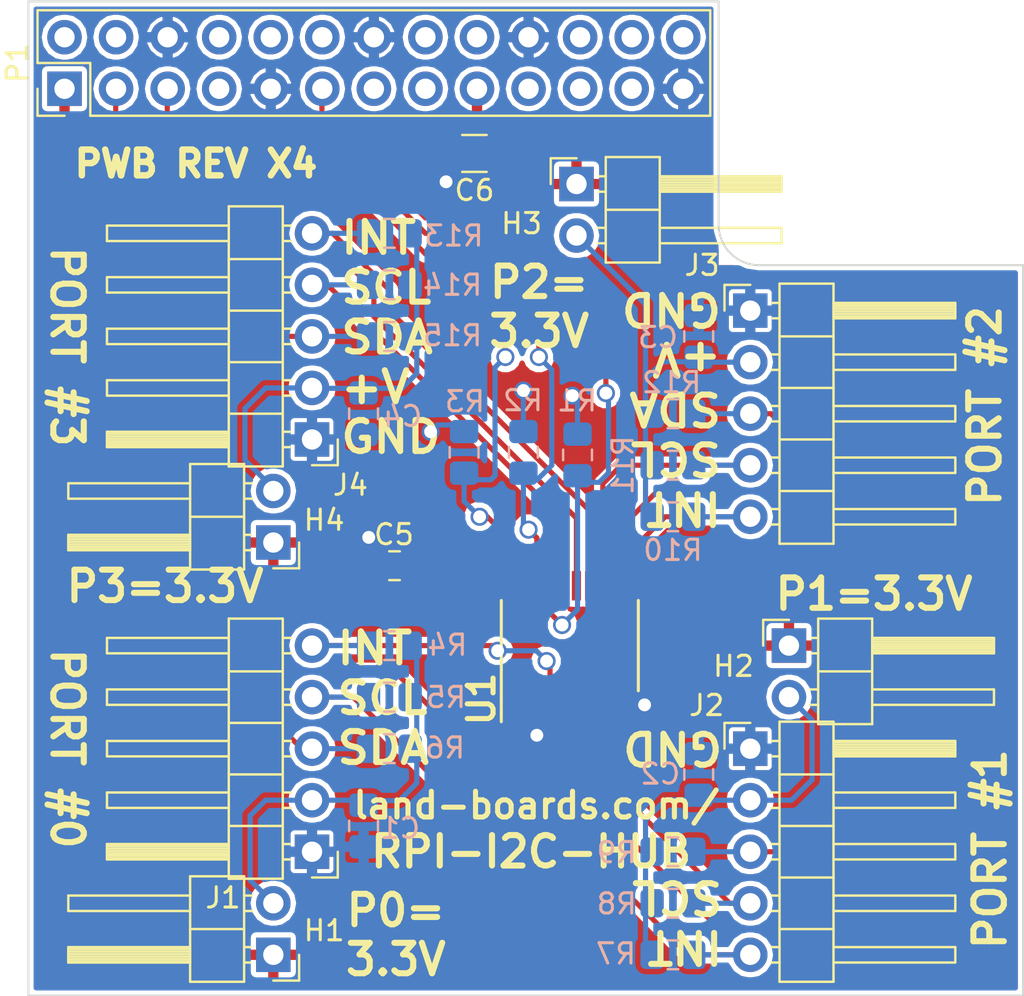
<source format=kicad_pcb>
(kicad_pcb (version 20171130) (host pcbnew "(5.0.2)-1")
  (layers (0 F.Cu signal) (31 B.Cu signal) (36 B.SilkS user) (37 F.SilkS user) (38 B.Mask user) (39 F.Mask user) (44 Edge.Cuts user))
  (net 0 "")
  (net 1 /SDA1)
  (net 2 GND)
  (net 3 /~I0)
  (net 4 /~I1)
  (net 5 /~I2)
  (net 6 /~I3)
  (net 7 /IO_17)
  (net 8 "Net-(C1-Pad1)")
  (net 9 +3.3V)
  (net 10 "Net-(C3-Pad1)")
  (net 11 "Net-(C4-Pad1)")
  (net 12 "Net-(C2-Pad1)")
  (net 13 "Net-(P1-Pad2)")
  (net 14 "Net-(P1-Pad4)")
  (net 15 "Net-(P1-Pad7)")
  (net 16 "Net-(P1-Pad8)")
  (net 17 "Net-(P1-Pad10)")
  (net 18 "Net-(P1-Pad12)")
  (net 19 "Net-(P1-Pad13)")
  (net 20 "Net-(P1-Pad15)")
  (net 21 "Net-(P1-Pad16)")
  (net 22 "Net-(P1-Pad18)")
  (net 23 "Net-(P1-Pad19)")
  (net 24 "Net-(P1-Pad21)")
  (net 25 "Net-(P1-Pad22)")
  (net 26 "Net-(P1-Pad23)")
  (net 27 "Net-(P1-Pad24)")
  (net 28 "Net-(P1-Pad26)")
  (net 29 /SCL0)
  (net 30 /SDA0)
  (net 31 /SCL1)
  (net 32 /SCL2)
  (net 33 /SDA2)
  (net 34 /SDA3)
  (net 35 /SCL3)
  (net 36 /SDA)
  (net 37 /SCL)
  (module Housings_SSOP:TSSOP-20_4.4x6.5mm_Pitch0.65mm (layer F.Cu) (at 26.67 31.75 90)
    (fp_text reference U1 (at -2.6289 -4.3561 90) (layer F.SilkS) (effects (font (size 1.27 1.27) (thickness 0.254))))
    (fp_text value PCA9544A hide)
    (pad 1 smd rect (at -2.95 -2.925 90) (size 1.45 0.45) (layers F.Cu F.Mask) (net 9 +3.3V))
    (pad 2 smd rect (at -2.95 -2.275 90) (size 1.45 0.45) (layers F.Cu F.Mask) (net 2 GND))
    (pad 3 smd rect (at -2.95 -1.625 90) (size 1.45 0.45) (layers F.Cu F.Mask) (net 2 GND))
    (pad 4 smd rect (at -2.95 -0.975 90) (size 1.45 0.45) (layers F.Cu F.Mask) (net 3 /~I0))
    (pad 5 smd rect (at -2.95 -0.325 90) (size 1.45 0.45) (layers F.Cu F.Mask) (net 30 /SDA0))
    (pad 6 smd rect (at -2.95 0.325 90) (size 1.45 0.45) (layers F.Cu F.Mask) (net 29 /SCL0))
    (pad 7 smd rect (at -2.95 0.975 90) (size 1.45 0.45) (layers F.Cu F.Mask) (net 4 /~I1))
    (pad 8 smd rect (at -2.95 1.625 90) (size 1.45 0.45) (layers F.Cu F.Mask) (net 1 /SDA1))
    (pad 9 smd rect (at -2.95 2.275 90) (size 1.45 0.45) (layers F.Cu F.Mask) (net 31 /SCL1))
    (pad 10 smd rect (at -2.95 2.925 90) (size 1.45 0.45) (layers F.Cu F.Mask) (net 2 GND))
    (pad 11 smd rect (at 2.95 2.925 90) (size 1.45 0.45) (layers F.Cu F.Mask) (net 5 /~I2))
    (pad 12 smd rect (at 2.95 2.275 90) (size 1.45 0.45) (layers F.Cu F.Mask) (net 33 /SDA2))
    (pad 13 smd rect (at 2.95 1.625 90) (size 1.45 0.45) (layers F.Cu F.Mask) (net 32 /SCL2))
    (pad 14 smd rect (at 2.95 0.975 90) (size 1.45 0.45) (layers F.Cu F.Mask) (net 6 /~I3))
    (pad 15 smd rect (at 2.95 0.325 90) (size 1.45 0.45) (layers F.Cu F.Mask) (net 34 /SDA3))
    (pad 16 smd rect (at 2.95 -0.325 90) (size 1.45 0.45) (layers F.Cu F.Mask) (net 35 /SCL3))
    (pad 17 smd rect (at 2.95 -0.975 90) (size 1.45 0.45) (layers F.Cu F.Mask) (net 7 /IO_17))
    (pad 18 smd rect (at 2.95 -1.625 90) (size 1.45 0.45) (layers F.Cu F.Mask) (net 37 /SCL))
    (pad 19 smd rect (at 2.95 -2.275 90) (size 1.45 0.45) (layers F.Cu F.Mask) (net 36 /SDA))
    (pad 20 smd rect (at 2.95 -2.925 90) (size 1.45 0.45) (layers F.Cu F.Mask) (net 9 +3.3V))
  )
  (module Capacitor_SMD:C_0805_2012Metric_Pad1.15x1.40mm_HandSolder (layer B.Cu) (at 16.51 40.64 270)
    (fp_text reference C1 (at 0.1143 -1.8034) (layer B.SilkS) (effects (justify mirror)))
    (fp_text value 0.1uF)
    (pad 2 smd roundrect (at 1.025 0 270) (size 1.15 1.4) (layers B.Cu B.Paste B.Mask) (roundrect_rratio 0.217391) (net 2 GND))
    (pad 1 smd roundrect (at -1.025 0 270) (size 1.15 1.4) (layers B.Cu B.Paste B.Mask) (roundrect_rratio 0.217391) (net 8 "Net-(C1-Pad1)"))
  )
  (module Capacitor_SMD:C_0805_2012Metric_Pad1.15x1.40mm_HandSolder (layer B.Cu) (at 33.02 38.1 90)
    (fp_text reference C2 (at 0.0254 -1.8923 180) (layer B.SilkS) (effects (justify mirror)))
    (fp_text value 0.1uF)
    (pad 1 smd roundrect (at -1.025 0 90) (size 1.15 1.4) (layers B.Cu B.Paste B.Mask) (roundrect_rratio 0.217391) (net 12 "Net-(C2-Pad1)"))
    (pad 2 smd roundrect (at 1.025 0 90) (size 1.15 1.4) (layers B.Cu B.Paste B.Mask) (roundrect_rratio 0.217391) (net 2 GND))
  )
  (module Capacitor_SMD:C_0805_2012Metric_Pad1.15x1.40mm_HandSolder (layer B.Cu) (at 33.02 16.51 90)
    (fp_text reference C3 (at -0.0508 -2.0066 180) (layer B.SilkS) (effects (justify mirror)))
    (fp_text value 0.1uF)
    (pad 2 smd roundrect (at 1.025 0 90) (size 1.15 1.4) (layers B.Cu B.Paste B.Mask) (roundrect_rratio 0.217391) (net 2 GND))
    (pad 1 smd roundrect (at -1.025 0 90) (size 1.15 1.4) (layers B.Cu B.Paste B.Mask) (roundrect_rratio 0.217391) (net 10 "Net-(C3-Pad1)"))
  )
  (module Capacitor_SMD:C_0805_2012Metric_Pad1.15x1.40mm_HandSolder (layer B.Cu) (at 16.51 20.32 270)
    (fp_text reference C4 (at 0.127 -1.905) (layer B.SilkS) (effects (justify mirror)))
    (fp_text value 0.1uF)
    (pad 1 smd roundrect (at -1.025 0 270) (size 1.15 1.4) (layers B.Cu B.Paste B.Mask) (roundrect_rratio 0.217391) (net 11 "Net-(C4-Pad1)"))
    (pad 2 smd roundrect (at 1.025 0 270) (size 1.15 1.4) (layers B.Cu B.Paste B.Mask) (roundrect_rratio 0.217391) (net 2 GND))
  )
  (module Capacitor_SMD:C_0805_2012Metric_Pad1.15x1.40mm_HandSolder (layer F.Cu) (at 18.034 27.813 180)
    (fp_text reference C5 (at 0.0254 1.5367 180) (layer F.SilkS))
    (fp_text value 0.1uF)
    (pad 1 smd roundrect (at -1.025 0 180) (size 1.15 1.4) (layers F.Cu F.Paste F.Mask) (roundrect_rratio 0.217391) (net 9 +3.3V))
    (pad 2 smd roundrect (at 1.025 0 180) (size 1.15 1.4) (layers F.Cu F.Paste F.Mask) (roundrect_rratio 0.217391) (net 2 GND))
  )
  (module Capacitor_SMD:C_1206_3216Metric_Pad1.42x1.75mm_HandSolder (layer F.Cu) (at 21.971 7.493 180)
    (fp_text reference C6 (at 0 -1.82 180) (layer F.SilkS))
    (fp_text value 10uF)
    (pad 1 smd roundrect (at -1.4875 0 180) (size 1.425 1.75) (layers F.Cu F.Paste F.Mask) (roundrect_rratio 0.175439) (net 9 +3.3V))
    (pad 2 smd roundrect (at 1.4875 0 180) (size 1.425 1.75) (layers F.Cu F.Paste F.Mask) (roundrect_rratio 0.175439) (net 2 GND))
  )
  (module Connector_PinHeader_2.54mm:PinHeader_1x02_P2.54mm_Horizontal (layer F.Cu) (at 12.065 46.99 180)
    (fp_text reference H1 (at -2.5019 1.1938 180) (layer F.SilkS))
    (fp_text value CONN_01X02)
    (pad 1 thru_hole rect (at 0 0 180) (size 1.7 1.7) (drill 1) (layers *.Cu *.Mask) (net 9 +3.3V))
    (pad 2 thru_hole oval (at 0 2.54 180) (size 1.7 1.7) (drill 1) (layers *.Cu *.Mask) (net 8 "Net-(C1-Pad1)"))
  )
  (module Connector_PinHeader_2.54mm:PinHeader_1x02_P2.54mm_Horizontal (layer F.Cu) (at 37.465 31.75)
    (fp_text reference H2 (at -2.7305 1.016) (layer F.SilkS))
    (fp_text value CONN_01X02)
    (pad 2 thru_hole oval (at 0 2.54) (size 1.7 1.7) (drill 1) (layers *.Cu *.Mask) (net 12 "Net-(C2-Pad1)"))
    (pad 1 thru_hole rect (at 0 0) (size 1.7 1.7) (drill 1) (layers *.Cu *.Mask) (net 9 +3.3V))
  )
  (module Connector_PinHeader_2.54mm:PinHeader_1x02_P2.54mm_Horizontal (layer F.Cu) (at 27 9)
    (fp_text reference H3 (at -2.7049 1.9474) (layer F.SilkS))
    (fp_text value CONN_01X02)
    (pad 1 thru_hole rect (at 0 0) (size 1.7 1.7) (drill 1) (layers *.Cu *.Mask) (net 9 +3.3V))
    (pad 2 thru_hole oval (at 0 2.54) (size 1.7 1.7) (drill 1) (layers *.Cu *.Mask) (net 10 "Net-(C3-Pad1)"))
  )
  (module Connector_PinHeader_2.54mm:PinHeader_1x02_P2.54mm_Horizontal (layer F.Cu) (at 12.065 26.67 180)
    (fp_text reference H4 (at -2.5019 1.1049 180) (layer F.SilkS))
    (fp_text value CONN_01X02)
    (pad 2 thru_hole oval (at 0 2.54 180) (size 1.7 1.7) (drill 1) (layers *.Cu *.Mask) (net 11 "Net-(C4-Pad1)"))
    (pad 1 thru_hole rect (at 0 0 180) (size 1.7 1.7) (drill 1) (layers *.Cu *.Mask) (net 9 +3.3V))
  )
  (module Connector_PinHeader_2.54mm:PinHeader_1x05_P2.54mm_Horizontal (layer F.Cu) (at 13.97 41.91 180)
    (fp_text reference J1 (at 4.385 -2.27 180) (layer F.SilkS))
    (fp_text value I2CINT-5PIN)
    (pad 5 thru_hole oval (at 0 10.16 180) (size 1.7 1.7) (drill 1) (layers *.Cu *.Mask) (net 3 /~I0))
    (pad 4 thru_hole oval (at 0 7.62 180) (size 1.7 1.7) (drill 1) (layers *.Cu *.Mask) (net 29 /SCL0))
    (pad 3 thru_hole oval (at 0 5.08 180) (size 1.7 1.7) (drill 1) (layers *.Cu *.Mask) (net 30 /SDA0))
    (pad 2 thru_hole oval (at 0 2.54 180) (size 1.7 1.7) (drill 1) (layers *.Cu *.Mask) (net 8 "Net-(C1-Pad1)"))
    (pad 1 thru_hole rect (at 0 0 180) (size 1.7 1.7) (drill 1) (layers *.Cu *.Mask) (net 2 GND))
  )
  (module Connector_PinHeader_2.54mm:PinHeader_1x05_P2.54mm_Horizontal (layer F.Cu) (at 35.56 36.83)
    (fp_text reference J2 (at -2.1463 -2.1336) (layer F.SilkS))
    (fp_text value I2CINT-5PIN)
    (pad 1 thru_hole rect (at 0 0) (size 1.7 1.7) (drill 1) (layers *.Cu *.Mask) (net 2 GND))
    (pad 2 thru_hole oval (at 0 2.54) (size 1.7 1.7) (drill 1) (layers *.Cu *.Mask) (net 12 "Net-(C2-Pad1)"))
    (pad 3 thru_hole oval (at 0 5.08) (size 1.7 1.7) (drill 1) (layers *.Cu *.Mask) (net 1 /SDA1))
    (pad 4 thru_hole oval (at 0 7.62) (size 1.7 1.7) (drill 1) (layers *.Cu *.Mask) (net 31 /SCL1))
    (pad 5 thru_hole oval (at 0 10.16) (size 1.7 1.7) (drill 1) (layers *.Cu *.Mask) (net 4 /~I1))
  )
  (module Connector_PinHeader_2.54mm:PinHeader_1x05_P2.54mm_Horizontal (layer F.Cu) (at 35.56 15.24)
    (fp_text reference J3 (at -2.3749 -2.2352) (layer F.SilkS))
    (fp_text value I2CINT-5PIN)
    (pad 5 thru_hole oval (at 0 10.16) (size 1.7 1.7) (drill 1) (layers *.Cu *.Mask) (net 5 /~I2))
    (pad 4 thru_hole oval (at 0 7.62) (size 1.7 1.7) (drill 1) (layers *.Cu *.Mask) (net 32 /SCL2))
    (pad 3 thru_hole oval (at 0 5.08) (size 1.7 1.7) (drill 1) (layers *.Cu *.Mask) (net 33 /SDA2))
    (pad 2 thru_hole oval (at 0 2.54) (size 1.7 1.7) (drill 1) (layers *.Cu *.Mask) (net 10 "Net-(C3-Pad1)"))
    (pad 1 thru_hole rect (at 0 0) (size 1.7 1.7) (drill 1) (layers *.Cu *.Mask) (net 2 GND))
  )
  (module Connector_PinHeader_2.54mm:PinHeader_1x05_P2.54mm_Horizontal (layer F.Cu) (at 13.97 21.59 180)
    (fp_text reference J4 (at -1.8923 -2.2479 180) (layer F.SilkS))
    (fp_text value I2CINT-5PIN)
    (pad 1 thru_hole rect (at 0 0 180) (size 1.7 1.7) (drill 1) (layers *.Cu *.Mask) (net 2 GND))
    (pad 2 thru_hole oval (at 0 2.54 180) (size 1.7 1.7) (drill 1) (layers *.Cu *.Mask) (net 11 "Net-(C4-Pad1)"))
    (pad 3 thru_hole oval (at 0 5.08 180) (size 1.7 1.7) (drill 1) (layers *.Cu *.Mask) (net 34 /SDA3))
    (pad 4 thru_hole oval (at 0 7.62 180) (size 1.7 1.7) (drill 1) (layers *.Cu *.Mask) (net 35 /SCL3))
    (pad 5 thru_hole oval (at 0 10.16 180) (size 1.7 1.7) (drill 1) (layers *.Cu *.Mask) (net 6 /~I3))
  )
  (module Connector_PinHeader_2.54mm:PinHeader_2x13_P2.54mm_Vertical (layer F.Cu) (at 1.778 4.3053 90)
    (fp_text reference P1 (at 1.27 -2.33 90) (layer F.SilkS))
    (fp_text value RASPIO)
    (pad 1 thru_hole rect (at 0 0 90) (size 1.7 1.7) (drill 1) (layers *.Cu *.Mask) (net 9 +3.3V))
    (pad 2 thru_hole oval (at 2.54 0 90) (size 1.7 1.7) (drill 1) (layers *.Cu *.Mask) (net 13 "Net-(P1-Pad2)"))
    (pad 3 thru_hole oval (at 0 2.54 90) (size 1.7 1.7) (drill 1) (layers *.Cu *.Mask) (net 36 /SDA))
    (pad 4 thru_hole oval (at 2.54 2.54 90) (size 1.7 1.7) (drill 1) (layers *.Cu *.Mask) (net 14 "Net-(P1-Pad4)"))
    (pad 5 thru_hole oval (at 0 5.08 90) (size 1.7 1.7) (drill 1) (layers *.Cu *.Mask) (net 37 /SCL))
    (pad 6 thru_hole oval (at 2.54 5.08 90) (size 1.7 1.7) (drill 1) (layers *.Cu *.Mask) (net 2 GND))
    (pad 7 thru_hole oval (at 0 7.62 90) (size 1.7 1.7) (drill 1) (layers *.Cu *.Mask) (net 15 "Net-(P1-Pad7)"))
    (pad 8 thru_hole oval (at 2.54 7.62 90) (size 1.7 1.7) (drill 1) (layers *.Cu *.Mask) (net 16 "Net-(P1-Pad8)"))
    (pad 9 thru_hole oval (at 0 10.16 90) (size 1.7 1.7) (drill 1) (layers *.Cu *.Mask) (net 2 GND))
    (pad 10 thru_hole oval (at 2.54 10.16 90) (size 1.7 1.7) (drill 1) (layers *.Cu *.Mask) (net 17 "Net-(P1-Pad10)"))
    (pad 11 thru_hole oval (at 0 12.7 90) (size 1.7 1.7) (drill 1) (layers *.Cu *.Mask) (net 7 /IO_17))
    (pad 12 thru_hole oval (at 2.54 12.7 90) (size 1.7 1.7) (drill 1) (layers *.Cu *.Mask) (net 18 "Net-(P1-Pad12)"))
    (pad 13 thru_hole oval (at 0 15.24 90) (size 1.7 1.7) (drill 1) (layers *.Cu *.Mask) (net 19 "Net-(P1-Pad13)"))
    (pad 14 thru_hole oval (at 2.54 15.24 90) (size 1.7 1.7) (drill 1) (layers *.Cu *.Mask) (net 2 GND))
    (pad 15 thru_hole oval (at 0 17.78 90) (size 1.7 1.7) (drill 1) (layers *.Cu *.Mask) (net 20 "Net-(P1-Pad15)"))
    (pad 16 thru_hole oval (at 2.54 17.78 90) (size 1.7 1.7) (drill 1) (layers *.Cu *.Mask) (net 21 "Net-(P1-Pad16)"))
    (pad 17 thru_hole oval (at 0 20.32 90) (size 1.7 1.7) (drill 1) (layers *.Cu *.Mask) (net 9 +3.3V))
    (pad 18 thru_hole oval (at 2.54 20.32 90) (size 1.7 1.7) (drill 1) (layers *.Cu *.Mask) (net 22 "Net-(P1-Pad18)"))
    (pad 19 thru_hole oval (at 0 22.86 90) (size 1.7 1.7) (drill 1) (layers *.Cu *.Mask) (net 23 "Net-(P1-Pad19)"))
    (pad 20 thru_hole oval (at 2.54 22.86 90) (size 1.7 1.7) (drill 1) (layers *.Cu *.Mask) (net 2 GND))
    (pad 21 thru_hole oval (at 0 25.4 90) (size 1.7 1.7) (drill 1) (layers *.Cu *.Mask) (net 24 "Net-(P1-Pad21)"))
    (pad 22 thru_hole oval (at 2.54 25.4 90) (size 1.7 1.7) (drill 1) (layers *.Cu *.Mask) (net 25 "Net-(P1-Pad22)"))
    (pad 23 thru_hole oval (at 0 27.94 90) (size 1.7 1.7) (drill 1) (layers *.Cu *.Mask) (net 26 "Net-(P1-Pad23)"))
    (pad 24 thru_hole oval (at 2.54 27.94 90) (size 1.7 1.7) (drill 1) (layers *.Cu *.Mask) (net 27 "Net-(P1-Pad24)"))
    (pad 25 thru_hole oval (at 0 30.48 90) (size 1.7 1.7) (drill 1) (layers *.Cu *.Mask) (net 2 GND))
    (pad 26 thru_hole oval (at 2.54 30.48 90) (size 1.7 1.7) (drill 1) (layers *.Cu *.Mask) (net 28 "Net-(P1-Pad26)"))
  )
  (module Resistor_SMD:R_0805_2012Metric_Pad1.15x1.40mm_HandSolder (layer B.Cu) (at 27.051 22.352 270)
    (fp_text reference R1 (at -2.667 0.0254) (layer B.SilkS) (effects (justify mirror)))
    (fp_text value 3.3K)
    (pad 1 smd roundrect (at -1.025 0 270) (size 1.15 1.4) (layers B.Cu B.Paste B.Mask) (roundrect_rratio 0.217391) (net 9 +3.3V))
    (pad 2 smd roundrect (at 1.025 0 270) (size 1.15 1.4) (layers B.Cu B.Paste B.Mask) (roundrect_rratio 0.217391) (net 7 /IO_17))
  )
  (module Resistor_SMD:R_0805_2012Metric_Pad1.15x1.40mm_HandSolder (layer B.Cu) (at 24.384 22.225 270)
    (fp_text reference R2 (at -2.5527 0.0254) (layer B.SilkS) (effects (justify mirror)))
    (fp_text value 3.3K)
    (pad 2 smd roundrect (at 1.025 0 270) (size 1.15 1.4) (layers B.Cu B.Paste B.Mask) (roundrect_rratio 0.217391) (net 37 /SCL))
    (pad 1 smd roundrect (at -1.025 0 270) (size 1.15 1.4) (layers B.Cu B.Paste B.Mask) (roundrect_rratio 0.217391) (net 9 +3.3V))
  )
  (module Resistor_SMD:R_0805_2012Metric_Pad1.15x1.40mm_HandSolder (layer B.Cu) (at 21.463 22.225 270)
    (fp_text reference R3 (at -2.5019 -0.0381) (layer B.SilkS) (effects (justify mirror)))
    (fp_text value 3.3K)
    (pad 1 smd roundrect (at -1.025 0 270) (size 1.15 1.4) (layers B.Cu B.Paste B.Mask) (roundrect_rratio 0.217391) (net 9 +3.3V))
    (pad 2 smd roundrect (at 1.025 0 270) (size 1.15 1.4) (layers B.Cu B.Paste B.Mask) (roundrect_rratio 0.217391) (net 36 /SDA))
  )
  (module Resistor_SMD:R_0805_2012Metric_Pad1.15x1.40mm_HandSolder (layer B.Cu) (at 17.78 31.75 180)
    (fp_text reference R4 (at -2.8575 0.0254 180) (layer B.SilkS) (effects (justify mirror)))
    (fp_text value 3.3K)
    (pad 1 smd roundrect (at -1.025 0 180) (size 1.15 1.4) (layers B.Cu B.Paste B.Mask) (roundrect_rratio 0.217391) (net 8 "Net-(C1-Pad1)"))
    (pad 2 smd roundrect (at 1.025 0 180) (size 1.15 1.4) (layers B.Cu B.Paste B.Mask) (roundrect_rratio 0.217391) (net 3 /~I0))
  )
  (module Resistor_SMD:R_0805_2012Metric_Pad1.15x1.40mm_HandSolder (layer B.Cu) (at 17.78 34.29 180)
    (fp_text reference R5 (at -2.794 -0.0127 180) (layer B.SilkS) (effects (justify mirror)))
    (fp_text value 3.3K)
    (pad 2 smd roundrect (at 1.025 0 180) (size 1.15 1.4) (layers B.Cu B.Paste B.Mask) (roundrect_rratio 0.217391) (net 29 /SCL0))
    (pad 1 smd roundrect (at -1.025 0 180) (size 1.15 1.4) (layers B.Cu B.Paste B.Mask) (roundrect_rratio 0.217391) (net 8 "Net-(C1-Pad1)"))
  )
  (module Resistor_SMD:R_0805_2012Metric_Pad1.15x1.40mm_HandSolder (layer B.Cu) (at 17.78 36.83 180)
    (fp_text reference R6 (at -2.7432 0.0381 180) (layer B.SilkS) (effects (justify mirror)))
    (fp_text value 3.3K)
    (pad 1 smd roundrect (at -1.025 0 180) (size 1.15 1.4) (layers B.Cu B.Paste B.Mask) (roundrect_rratio 0.217391) (net 8 "Net-(C1-Pad1)"))
    (pad 2 smd roundrect (at 1.025 0 180) (size 1.15 1.4) (layers B.Cu B.Paste B.Mask) (roundrect_rratio 0.217391) (net 30 /SDA0))
  )
  (module Resistor_SMD:R_0805_2012Metric_Pad1.15x1.40mm_HandSolder (layer B.Cu) (at 31.75 46.99)
    (fp_text reference R7 (at -2.8067 -0.0508) (layer B.SilkS) (effects (justify mirror)))
    (fp_text value 3.3K)
    (pad 2 smd roundrect (at 1.025 0) (size 1.15 1.4) (layers B.Cu B.Paste B.Mask) (roundrect_rratio 0.217391) (net 4 /~I1))
    (pad 1 smd roundrect (at -1.025 0) (size 1.15 1.4) (layers B.Cu B.Paste B.Mask) (roundrect_rratio 0.217391) (net 12 "Net-(C2-Pad1)"))
  )
  (module Resistor_SMD:R_0805_2012Metric_Pad1.15x1.40mm_HandSolder (layer B.Cu) (at 31.75 44.45)
    (fp_text reference R8 (at -2.7686 0.0254) (layer B.SilkS) (effects (justify mirror)))
    (fp_text value 3.3K)
    (pad 1 smd roundrect (at -1.025 0) (size 1.15 1.4) (layers B.Cu B.Paste B.Mask) (roundrect_rratio 0.217391) (net 12 "Net-(C2-Pad1)"))
    (pad 2 smd roundrect (at 1.025 0) (size 1.15 1.4) (layers B.Cu B.Paste B.Mask) (roundrect_rratio 0.217391) (net 31 /SCL1))
  )
  (module Resistor_SMD:R_0805_2012Metric_Pad1.15x1.40mm_HandSolder (layer B.Cu) (at 31.75 41.91)
    (fp_text reference R9 (at -2.7686 0.0381) (layer B.SilkS) (effects (justify mirror)))
    (fp_text value 3.3K)
    (pad 2 smd roundrect (at 1.025 0) (size 1.15 1.4) (layers B.Cu B.Paste B.Mask) (roundrect_rratio 0.217391) (net 1 /SDA1))
    (pad 1 smd roundrect (at -1.025 0) (size 1.15 1.4) (layers B.Cu B.Paste B.Mask) (roundrect_rratio 0.217391) (net 12 "Net-(C2-Pad1)"))
  )
  (module Resistor_SMD:R_0805_2012Metric_Pad1.15x1.40mm_HandSolder (layer B.Cu) (at 31.75 25.4)
    (fp_text reference R10 (at 0 1.65) (layer B.SilkS) (effects (justify mirror)))
    (fp_text value 3.3K)
    (pad 1 smd roundrect (at -1.025 0) (size 1.15 1.4) (layers B.Cu B.Paste B.Mask) (roundrect_rratio 0.217391) (net 10 "Net-(C3-Pad1)"))
    (pad 2 smd roundrect (at 1.025 0) (size 1.15 1.4) (layers B.Cu B.Paste B.Mask) (roundrect_rratio 0.217391) (net 5 /~I2))
  )
  (module Resistor_SMD:R_0805_2012Metric_Pad1.15x1.40mm_HandSolder (layer B.Cu) (at 31.75 22.86)
    (fp_text reference R11 (at -2.4638 0 90) (layer B.SilkS) (effects (justify mirror)))
    (fp_text value 3.3K)
    (pad 1 smd roundrect (at -1.025 0) (size 1.15 1.4) (layers B.Cu B.Paste B.Mask) (roundrect_rratio 0.217391) (net 10 "Net-(C3-Pad1)"))
    (pad 2 smd roundrect (at 1.025 0) (size 1.15 1.4) (layers B.Cu B.Paste B.Mask) (roundrect_rratio 0.217391) (net 32 /SCL2))
  )
  (module Resistor_SMD:R_0805_2012Metric_Pad1.15x1.40mm_HandSolder (layer B.Cu) (at 31.75 20.32)
    (fp_text reference R12 (at -0.0635 -1.5367) (layer B.SilkS) (effects (justify mirror)))
    (fp_text value 3.3K)
    (pad 2 smd roundrect (at 1.025 0) (size 1.15 1.4) (layers B.Cu B.Paste B.Mask) (roundrect_rratio 0.217391) (net 33 /SDA2))
    (pad 1 smd roundrect (at -1.025 0) (size 1.15 1.4) (layers B.Cu B.Paste B.Mask) (roundrect_rratio 0.217391) (net 10 "Net-(C3-Pad1)"))
  )
  (module Resistor_SMD:R_0805_2012Metric_Pad1.15x1.40mm_HandSolder (layer B.Cu) (at 17.78 11.43 180)
    (fp_text reference R13 (at -3.175 -0.127 180) (layer B.SilkS) (effects (justify mirror)))
    (fp_text value 3.3K)
    (pad 1 smd roundrect (at -1.025 0 180) (size 1.15 1.4) (layers B.Cu B.Paste B.Mask) (roundrect_rratio 0.217391) (net 11 "Net-(C4-Pad1)"))
    (pad 2 smd roundrect (at 1.025 0 180) (size 1.15 1.4) (layers B.Cu B.Paste B.Mask) (roundrect_rratio 0.217391) (net 6 /~I3))
  )
  (module Resistor_SMD:R_0805_2012Metric_Pad1.15x1.40mm_HandSolder (layer B.Cu) (at 17.78 13.97 180)
    (fp_text reference R14 (at -3.1115 -0.0127 180) (layer B.SilkS) (effects (justify mirror)))
    (fp_text value 3.3K)
    (pad 2 smd roundrect (at 1.025 0 180) (size 1.15 1.4) (layers B.Cu B.Paste B.Mask) (roundrect_rratio 0.217391) (net 35 /SCL3))
    (pad 1 smd roundrect (at -1.025 0 180) (size 1.15 1.4) (layers B.Cu B.Paste B.Mask) (roundrect_rratio 0.217391) (net 11 "Net-(C4-Pad1)"))
  )
  (module Resistor_SMD:R_0805_2012Metric_Pad1.15x1.40mm_HandSolder (layer B.Cu) (at 17.78 16.51 180)
    (fp_text reference R15 (at -3.1115 0.0381 180) (layer B.SilkS) (effects (justify mirror)))
    (fp_text value 3.3K)
    (pad 2 smd roundrect (at 1.025 0 180) (size 1.15 1.4) (layers B.Cu B.Paste B.Mask) (roundrect_rratio 0.217391) (net 34 /SDA3))
    (pad 1 smd roundrect (at -1.025 0 180) (size 1.15 1.4) (layers B.Cu B.Paste B.Mask) (roundrect_rratio 0.217391) (net 11 "Net-(C4-Pad1)"))
  )
  (gr_line (start 36 13) (end 49 13) (angle 90) (layer Edge.Cuts) (width 0.1))
  (gr_line (start 34 11) (end 34 0) (angle 90) (layer Edge.Cuts) (width 0.1))
  (gr_arc (start 36 11) (end 36 13) (angle 90) (layer Edge.Cuts) (width 0.1))
  (gr_line (start 34 0) (end 0 0) (angle 90) (layer Edge.Cuts) (width 0.1))
  (gr_text "INT\nSCL\n\n\nGND" (at 34.3535 41.6941 180) (layer F.SilkS) (effects (font (size 1.524 1.5875) (thickness 0.3)) (justify left)))
  (gr_text "INT\nSCL\nSDA" (at 15.0495 34.3408) (layer F.SilkS) (effects (font (size 1.524 1.5875) (thickness 0.3)) (justify left)))
  (gr_text "INT\nSCL\nSDA\n+V\nGND" (at 34.29 20.066 180) (layer F.SilkS) (effects (font (size 1.524 1.5875) (thickness 0.3)) (justify left)))
  (gr_text "INT\nSCL\nSDA\n+V\nGND" (at 15.24 16.5608) (layer F.SilkS) (effects (font (size 1.524 1.5875) (thickness 0.3)) (justify left)))
  (gr_text "P0=\n3.3V" (at 18.0975 46.0121) (layer F.SilkS) (effects (font (size 1.5 1.5) (thickness 0.3))))
  (gr_text "P2=\n3.3V" (at 25.1587 15.0495) (layer F.SilkS) (effects (font (size 1.5 1.5) (thickness 0.3))))
  (gr_text P1=3.3V (at 41.656 29.21) (layer F.SilkS) (effects (font (size 1.5 1.5) (thickness 0.3))))
  (gr_text P3=3.3V (at 6.731 28.829) (layer F.SilkS) (effects (font (size 1.5 1.5) (thickness 0.3))))
  (gr_text "PORT #3" (at 1.905 17.018 270) (layer F.SilkS) (effects (font (size 1.5 1.5) (thickness 0.3))))
  (gr_text "PORT #0" (at 1.905 36.83 270) (layer F.SilkS) (effects (font (size 1.5 1.5) (thickness 0.3))))
  (gr_text "PORT #2" (at 47.117 19.939 90) (layer F.SilkS) (effects (font (size 1.5 1.5) (thickness 0.3))))
  (gr_text "PORT #1" (at 47.371 41.783 90) (layer F.SilkS) (effects (font (size 1.5 1.5) (thickness 0.3))))
  (gr_line (start 0 49) (end 49 49) (angle 90) (layer Edge.Cuts) (width 0.1))
  (gr_line (start 49 13) (end 49 49) (angle 90) (layer Edge.Cuts) (width 0.1))
  (gr_line (start 0 49) (end 0 0) (angle 90) (layer Edge.Cuts) (width 0.1))
  (gr_text RPI-I2C-HUB (at 24.765 41.91) (layer F.SilkS) (effects (font (size 1.5 1.5) (thickness 0.3))))
  (gr_text "PWB REV X4" (at 8.255 8.001) (layer F.SilkS) (effects (font (size 1.27 1.27) (thickness 0.3175))))
  (gr_text land-boards.com/ (at 25.019 39.624) (layer F.SilkS) (effects (font (size 1.27 1.27) (thickness 0.25))))
  (segment (start 6.84 4.27) (end 6.84 6.078) (width 0.254) (layer F.Cu) (net 37))
  (segment (start 19.558 11.43) (end 22.098 11.43) (width 0.254) (layer F.Cu) (net 37))
  (segment (start 14.732 6.604) (end 19.558 11.43) (width 0.254) (layer F.Cu) (net 37))
  (segment (start 7.366 6.604) (end 14.732 6.604) (width 0.254) (layer F.Cu) (net 37))
  (segment (start 6.84 6.078) (end 7.366 6.604) (width 0.254) (layer F.Cu) (net 37))
  (segment (start 25.146 14.478) (end 25.146 17.526) (width 0.254) (layer F.Cu) (net 37))
  (segment (start 25.066 23.575) (end 25.781 22.86) (width 0.254) (layer B.Cu) (net 37))
  (segment (start 25.781 22.86) (end 25.781 18.161) (width 0.254) (layer B.Cu) (net 37))
  (segment (start 25.781 18.161) (end 25.146 17.526) (width 0.254) (layer B.Cu) (net 37))
  (via (at 25.146 17.526) (size 0.889) (layers F.Cu B.Cu) (net 37))
  (segment (start 24.384 23.575) (end 25.066 23.575) (width 0.254) (layer B.Cu) (net 37))
  (segment (start 22.098 11.43) (end 25.146 14.478) (width 0.254) (layer F.Cu) (net 37))
  (segment (start 24.384 25.781) (end 24.384 23.575) (width 0.254) (layer B.Cu) (net 37))
  (segment (start 24.638 26.035) (end 24.384 25.781) (width 0.254) (layer B.Cu) (net 37))
  (via (at 24.638 26.035) (size 0.889) (layers F.Cu B.Cu) (net 37))
  (segment (start 25.045 26.442) (end 24.638 26.035) (width 0.254) (layer F.Cu) (net 37))
  (segment (start 25.045 26.442) (end 24.638 26.035) (width 0.254) (layer F.Cu) (net 37))
  (segment (start 25.045 28.8) (end 25.045 26.442) (width 0.254) (layer F.Cu) (net 37))
  (segment (start 4.3 4.27) (end 4.3 6.078) (width 0.254) (layer F.Cu) (net 36))
  (segment (start 19.558 12.446) (end 21.59 12.446) (width 0.254) (layer F.Cu) (net 36))
  (segment (start 14.478 7.366) (end 19.558 12.446) (width 0.254) (layer F.Cu) (net 36))
  (segment (start 5.588 7.366) (end 14.478 7.366) (width 0.254) (layer F.Cu) (net 36))
  (segment (start 4.3 6.078) (end 5.588 7.366) (width 0.254) (layer F.Cu) (net 36))
  (segment (start 21.59 12.446) (end 23.495 14.351) (width 0.254) (layer F.Cu) (net 36))
  (segment (start 23.495 14.351) (end 23.495 17.526) (width 0.254) (layer F.Cu) (net 36))
  (segment (start 23.495 17.526) (end 23.495 14.351) (width 0.254) (layer F.Cu) (net 36))
  (segment (start 23.495 14.351) (end 21.59 12.446) (width 0.254) (layer F.Cu) (net 36))
  (segment (start 24.395 28.8) (end 24.395 27.189) (width 0.254) (layer F.Cu) (net 36))
  (segment (start 22.606 25.4) (end 22.225 25.4) (width 0.254) (layer F.Cu) (net 36))
  (segment (start 24.395 27.189) (end 22.606 25.4) (width 0.254) (layer F.Cu) (net 36))
  (segment (start 21.463 24.638) (end 21.463 23.575) (width 0.254) (layer B.Cu) (net 36))
  (via (at 22.225 25.4) (size 0.889) (layers F.Cu B.Cu) (net 36))
  (segment (start 22.225 25.4) (end 21.463 24.638) (width 0.254) (layer B.Cu) (net 36))
  (segment (start 22.78 23.575) (end 21.463 23.575) (width 0.254) (layer B.Cu) (net 36))
  (segment (start 22.987 23.368) (end 22.78 23.575) (width 0.254) (layer B.Cu) (net 36))
  (segment (start 22.987 18.034) (end 22.987 23.368) (width 0.254) (layer B.Cu) (net 36))
  (segment (start 23.495 17.526) (end 22.987 18.034) (width 0.254) (layer B.Cu) (net 36))
  (via (at 23.495 17.526) (size 0.889) (layers F.Cu B.Cu) (net 36))
  (segment (start 28.295 34.7) (end 28.295 39.979) (width 0.254) (layer F.Cu) (net 1))
  (segment (start 35.56 41.91) (end 36.83 41.91) (width 0.254) (layer F.Cu) (net 1))
  (segment (start 34.036 45.72) (end 28.295 39.979) (width 0.254) (layer F.Cu) (net 1))
  (segment (start 37.084 45.72) (end 34.036 45.72) (width 0.254) (layer F.Cu) (net 1))
  (segment (start 37.592 45.212) (end 37.084 45.72) (width 0.254) (layer F.Cu) (net 1))
  (segment (start 37.592 42.672) (end 37.592 45.212) (width 0.254) (layer F.Cu) (net 1))
  (segment (start 36.83 41.91) (end 37.592 42.672) (width 0.254) (layer F.Cu) (net 1))
  (segment (start 35.56 41.91) (end 33.1 41.91) (width 0.254) (layer B.Cu) (net 1))
  (segment (start 25.045 36.169) (end 25.019 36.195) (width 0.254) (layer F.Cu) (net 2))
  (segment (start 25.019 36.195) (end 25.045 36.169) (width 0.254) (layer F.Cu) (net 2))
  (segment (start 16.784 27.813) (end 16.784 26.436) (width 0.254) (layer F.Cu) (net 2))
  (via (at 16.764 26.416) (size 0.889) (layers F.Cu B.Cu) (net 2))
  (segment (start 16.784 26.436) (end 16.764 26.416) (width 0.254) (layer F.Cu) (net 2))
  (segment (start 19.971 7.493) (end 19.971 8.287) (width 0.254) (layer F.Cu) (net 2))
  (segment (start 19.971 8.287) (end 20.574 8.89) (width 0.254) (layer F.Cu) (net 2))
  (via (at 20.574 8.89) (size 0.889) (layers F.Cu B.Cu) (net 2))
  (segment (start 16.51 21.57) (end 13.99 21.57) (width 0.254) (layer B.Cu) (net 2))
  (segment (start 13.99 21.57) (end 13.97 21.59) (width 0.254) (layer B.Cu) (net 2))
  (segment (start 35.56 36.83) (end 33.04 36.83) (width 0.254) (layer B.Cu) (net 2))
  (segment (start 33.04 36.83) (end 33.02 36.85) (width 0.254) (layer B.Cu) (net 2))
  (segment (start 29.595 34.7) (end 30.324 34.7) (width 0.254) (layer F.Cu) (net 2))
  (via (at 30.353 34.671) (size 0.889) (layers F.Cu B.Cu) (net 2))
  (segment (start 30.324 34.7) (end 30.353 34.671) (width 0.254) (layer F.Cu) (net 2))
  (segment (start 13.99 41.89) (end 13.97 41.91) (width 0.254) (layer F.Cu) (net 2))
  (segment (start 24.485 36.169) (end 25.045 36.169) (width 0.254) (layer F.Cu) (net 2))
  (segment (start 24.395 36.079) (end 24.485 36.169) (width 0.254) (layer F.Cu) (net 2))
  (segment (start 24.395 34.7) (end 24.395 36.079) (width 0.254) (layer F.Cu) (net 2))
  (segment (start 25.045 36.169) (end 25.019 36.195) (width 0.254) (layer B.Cu) (net 2))
  (via (at 25.045 36.169) (size 0.889) (layers F.Cu B.Cu) (net 2))
  (segment (start 25.045 34.7) (end 25.045 36.169) (width 0.254) (layer F.Cu) (net 2))
  (segment (start 25.695 33.315) (end 25.695 34.7) (width 0.254) (layer F.Cu) (net 3))
  (segment (start 25.695 33.315) (end 25.695 34.7) (width 0.254) (layer F.Cu) (net 3))
  (segment (start 13.97 31.75) (end 16.43 31.75) (width 0.254) (layer B.Cu) (net 3))
  (segment (start 25.695 33.315) (end 25.695 34.7) (width 0.254) (layer F.Cu) (net 3))
  (segment (start 25.695 32.68) (end 25.527 32.512) (width 0.254) (layer F.Cu) (net 3))
  (via (at 25.527 32.512) (size 0.889) (layers F.Cu B.Cu) (net 3))
  (segment (start 25.527 32.512) (end 25.019 32.004) (width 0.254) (layer B.Cu) (net 3))
  (segment (start 25.019 32.004) (end 23.114 32.004) (width 0.254) (layer B.Cu) (net 3))
  (via (at 23.114 32.004) (size 0.889) (layers F.Cu B.Cu) (net 3))
  (segment (start 23.114 32.004) (end 22.86 31.75) (width 0.254) (layer F.Cu) (net 3))
  (segment (start 22.86 31.75) (end 13.97 31.75) (width 0.254) (layer F.Cu) (net 3))
  (segment (start 25.695 34.7) (end 25.695 32.68) (width 0.254) (layer F.Cu) (net 3))
  (segment (start 27.645 34.7) (end 27.645 42.123) (width 0.254) (layer F.Cu) (net 4))
  (segment (start 32.512 46.99) (end 35.56 46.99) (width 0.254) (layer F.Cu) (net 4))
  (segment (start 27.645 42.123) (end 32.512 46.99) (width 0.254) (layer F.Cu) (net 4))
  (segment (start 35.56 46.99) (end 33.1 46.99) (width 0.254) (layer B.Cu) (net 4))
  (segment (start 35.56 25.4) (end 31.369 25.4) (width 0.254) (layer F.Cu) (net 5))
  (segment (start 29.595 27.174) (end 29.595 28.8) (width 0.254) (layer F.Cu) (net 5))
  (segment (start 31.369 25.4) (end 29.595 27.174) (width 0.254) (layer F.Cu) (net 5))
  (segment (start 35.56 25.4) (end 33.1 25.4) (width 0.254) (layer B.Cu) (net 5))
  (segment (start 13.97 11.43) (end 14.986 11.43) (width 0.254) (layer F.Cu) (net 6))
  (segment (start 14.986 11.43) (end 17.78 14.224) (width 0.254) (layer F.Cu) (net 6))
  (segment (start 17.78 15.24) (end 27.645 25.105) (width 0.254) (layer F.Cu) (net 6))
  (segment (start 17.78 14.224) (end 17.78 15.24) (width 0.254) (layer F.Cu) (net 6))
  (segment (start 27.645 28.8) (end 27.645 25.105) (width 0.254) (layer F.Cu) (net 6))
  (segment (start 13.97 11.43) (end 14.097 11.43) (width 0.254) (layer F.Cu) (net 6))
  (segment (start 16.43 11.43) (end 13.97 11.43) (width 0.254) (layer B.Cu) (net 6))
  (segment (start 22.606 10.668) (end 19.558 10.668) (width 0.254) (layer F.Cu) (net 7))
  (segment (start 14.46 5.57) (end 14.46 4.27) (width 0.254) (layer F.Cu) (net 7))
  (segment (start 19.558 10.668) (end 14.46 5.57) (width 0.254) (layer F.Cu) (net 7))
  (segment (start 28.448 16.51) (end 28.448 19.304) (width 0.254) (layer F.Cu) (net 7))
  (segment (start 22.606 10.668) (end 28.448 16.51) (width 0.254) (layer F.Cu) (net 7))
  (segment (start 27.051 23.702) (end 27.051 29.972) (width 0.254) (layer B.Cu) (net 7))
  (segment (start 25.695 30.14) (end 25.695 28.8) (width 0.254) (layer F.Cu) (net 7))
  (segment (start 26.289 30.734) (end 25.695 30.14) (width 0.254) (layer F.Cu) (net 7))
  (via (at 26.289 30.734) (size 0.889) (layers F.Cu B.Cu) (net 7))
  (segment (start 27.051 29.972) (end 26.289 30.734) (width 0.254) (layer B.Cu) (net 7))
  (segment (start 28.114 23.702) (end 27.051 23.702) (width 0.254) (layer B.Cu) (net 7))
  (via (at 28.448 19.304) (size 0.889) (layers F.Cu B.Cu) (net 7))
  (segment (start 28.448 19.304) (end 28.575 19.431) (width 0.254) (layer B.Cu) (net 7))
  (segment (start 28.575 19.431) (end 28.575 23.241) (width 0.254) (layer B.Cu) (net 7))
  (segment (start 28.575 23.241) (end 28.114 23.702) (width 0.254) (layer B.Cu) (net 7))
  (segment (start 19.13 36.83) (end 19.13 38.528) (width 0.254) (layer B.Cu) (net 8))
  (segment (start 18.268 39.39) (end 16.51 39.39) (width 0.254) (layer B.Cu) (net 8))
  (segment (start 19.13 38.528) (end 18.268 39.39) (width 0.254) (layer B.Cu) (net 8))
  (segment (start 19.13 34.29) (end 19.13 36.83) (width 0.254) (layer B.Cu) (net 8))
  (segment (start 19.13 31.75) (end 19.13 34.29) (width 0.254) (layer B.Cu) (net 8))
  (segment (start 13.97 39.37) (end 16.49 39.37) (width 0.254) (layer B.Cu) (net 8))
  (segment (start 16.49 39.37) (end 16.51 39.39) (width 0.254) (layer B.Cu) (net 8))
  (segment (start 13.99 39.39) (end 13.97 39.37) (width 0.254) (layer F.Cu) (net 8))
  (segment (start 12.065 44.45) (end 10.922 43.307) (width 0.254) (layer B.Cu) (net 8))
  (segment (start 11.684 39.37) (end 13.97 39.37) (width 0.254) (layer B.Cu) (net 8))
  (segment (start 10.922 40.132) (end 11.684 39.37) (width 0.254) (layer B.Cu) (net 8))
  (segment (start 10.922 43.307) (end 10.922 40.132) (width 0.254) (layer B.Cu) (net 8))
  (segment (start 21.463 20.875) (end 20.146 20.875) (width 0.254) (layer B.Cu) (net 9))
  (via (at 19.812 21.209) (size 0.889) (layers F.Cu B.Cu) (net 9))
  (segment (start 20.146 20.875) (end 19.812 21.209) (width 0.254) (layer B.Cu) (net 9))
  (segment (start 24.384 20.875) (end 24.384 19.177) (width 0.254) (layer B.Cu) (net 9))
  (via (at 24.384 19.177) (size 0.889) (layers F.Cu B.Cu) (net 9))
  (segment (start 27.051 21.002) (end 27.051 19.685) (width 0.254) (layer B.Cu) (net 9))
  (via (at 26.797 19.431) (size 0.889) (layers F.Cu B.Cu) (net 9))
  (segment (start 27.051 19.685) (end 26.797 19.431) (width 0.254) (layer B.Cu) (net 9))
  (segment (start 23.745 30.103) (end 23.622 30.226) (width 0.254) (layer F.Cu) (net 9))
  (segment (start 23.745 28.8) (end 23.745 30.103) (width 0.254) (layer F.Cu) (net 9))
  (segment (start 23.745 27.555) (end 23.495 27.305) (width 0.254) (layer F.Cu) (net 9))
  (segment (start 23.745 28.8) (end 23.745 27.555) (width 0.254) (layer F.Cu) (net 9))
  (segment (start 23.745 33.405) (end 23.749 33.401) (width 0.254) (layer F.Cu) (net 9))
  (segment (start 23.745 34.7) (end 23.745 33.405) (width 0.254) (layer F.Cu) (net 9))
  (segment (start 23.745 35.937) (end 23.749 35.941) (width 0.254) (layer F.Cu) (net 9))
  (segment (start 23.745 34.7) (end 23.745 35.937) (width 0.254) (layer F.Cu) (net 9))
  (segment (start 30.4 18.796) (end 30.4 14.94) (width 0.254) (layer B.Cu) (net 10))
  (segment (start 30.4 14.94) (end 27 11.54) (width 0.254) (layer B.Cu) (net 10))
  (segment (start 30.4 20.32) (end 30.4 18.796) (width 0.254) (layer B.Cu) (net 10))
  (segment (start 30.4 18.796) (end 30.4 18.622) (width 0.254) (layer B.Cu) (net 10))
  (segment (start 31.262 17.76) (end 33.02 17.76) (width 0.254) (layer B.Cu) (net 10))
  (segment (start 30.4 18.622) (end 31.262 17.76) (width 0.254) (layer B.Cu) (net 10))
  (segment (start 30.4 22.86) (end 30.4 20.32) (width 0.254) (layer B.Cu) (net 10))
  (segment (start 30.4 25.4) (end 30.4 22.86) (width 0.254) (layer B.Cu) (net 10))
  (segment (start 35.56 17.78) (end 33.04 17.78) (width 0.254) (layer B.Cu) (net 10))
  (segment (start 33.04 17.78) (end 33.02 17.76) (width 0.254) (layer B.Cu) (net 10))
  (segment (start 19.13 11.43) (end 19.13 13.97) (width 0.254) (layer B.Cu) (net 11))
  (segment (start 19.13 13.97) (end 19.13 16.51) (width 0.254) (layer B.Cu) (net 11))
  (segment (start 16.51 19.07) (end 18.395 19.07) (width 0.254) (layer B.Cu) (net 11))
  (segment (start 19.13 18.335) (end 19.13 16.51) (width 0.254) (layer B.Cu) (net 11))
  (segment (start 18.395 19.07) (end 19.13 18.335) (width 0.254) (layer B.Cu) (net 11))
  (segment (start 12.065 24.13) (end 12.065 24.003) (width 0.254) (layer B.Cu) (net 11))
  (segment (start 12.065 24.003) (end 10.668 22.606) (width 0.254) (layer B.Cu) (net 11))
  (segment (start 10.668 22.606) (end 10.668 20.066) (width 0.254) (layer B.Cu) (net 11))
  (segment (start 10.668 20.066) (end 11.684 19.05) (width 0.254) (layer B.Cu) (net 11))
  (segment (start 11.684 19.05) (end 13.97 19.05) (width 0.254) (layer B.Cu) (net 11))
  (segment (start 16.51 19.07) (end 13.99 19.07) (width 0.254) (layer B.Cu) (net 11))
  (segment (start 13.99 19.07) (end 13.97 19.05) (width 0.254) (layer B.Cu) (net 11))
  (segment (start 35.56 39.37) (end 37.592 39.37) (width 0.254) (layer B.Cu) (net 12))
  (segment (start 38.608 35.433) (end 37.465 34.29) (width 0.254) (layer B.Cu) (net 12))
  (segment (start 38.608 38.354) (end 38.608 35.433) (width 0.254) (layer B.Cu) (net 12))
  (segment (start 37.592 39.37) (end 38.608 38.354) (width 0.254) (layer B.Cu) (net 12))
  (segment (start 30.4 46.99) (end 30.4 44.45) (width 0.254) (layer B.Cu) (net 12))
  (segment (start 30.4 41.91) (end 30.4 44.45) (width 0.254) (layer B.Cu) (net 12))
  (segment (start 33.02 39.35) (end 31.389 39.35) (width 0.254) (layer B.Cu) (net 12))
  (segment (start 30.4 40.339) (end 30.4 41.91) (width 0.254) (layer B.Cu) (net 12))
  (segment (start 31.389 39.35) (end 30.4 40.339) (width 0.254) (layer B.Cu) (net 12))
  (segment (start 35.56 39.37) (end 33.04 39.37) (width 0.254) (layer B.Cu) (net 12))
  (segment (start 33.04 39.37) (end 33.02 39.35) (width 0.254) (layer B.Cu) (net 12))
  (segment (start 26.995 34.7) (end 26.995 37.775) (width 0.2032) (layer F.Cu) (net 29))
  (segment (start 26.995 37.775) (end 26.416 38.354) (width 0.2032) (layer F.Cu) (net 29))
  (segment (start 13.97 34.29) (end 16.002 34.29) (width 0.254) (layer F.Cu) (net 29))
  (segment (start 16.002 34.29) (end 20.066 38.354) (width 0.254) (layer F.Cu) (net 29))
  (segment (start 20.066 38.354) (end 26.416 38.354) (width 0.254) (layer F.Cu) (net 29))
  (segment (start 13.97 34.29) (end 14.986 34.29) (width 0.254) (layer F.Cu) (net 29))
  (segment (start 13.97 34.29) (end 16.43 34.29) (width 0.254) (layer B.Cu) (net 29))
  (segment (start 13.97 36.83) (end 13.462 36.83) (width 0.254) (layer F.Cu) (net 30))
  (segment (start 13.462 36.83) (end 11.938 35.306) (width 0.254) (layer F.Cu) (net 30))
  (segment (start 26.345 36.647) (end 26.345 34.7) (width 0.254) (layer F.Cu) (net 30))
  (segment (start 25.908 37.084) (end 26.345 36.647) (width 0.254) (layer F.Cu) (net 30))
  (segment (start 22.098 37.084) (end 25.908 37.084) (width 0.254) (layer F.Cu) (net 30))
  (segment (start 18.034 33.02) (end 22.098 37.084) (width 0.254) (layer F.Cu) (net 30))
  (segment (start 12.446 33.02) (end 18.034 33.02) (width 0.254) (layer F.Cu) (net 30))
  (segment (start 11.938 33.528) (end 12.446 33.02) (width 0.254) (layer F.Cu) (net 30))
  (segment (start 11.938 35.306) (end 11.938 33.528) (width 0.254) (layer F.Cu) (net 30))
  (segment (start 13.97 36.83) (end 16.43 36.83) (width 0.254) (layer B.Cu) (net 30))
  (segment (start 35.56 44.45) (end 34.544 44.45) (width 0.254) (layer F.Cu) (net 31))
  (segment (start 34.544 44.45) (end 28.945 38.851) (width 0.254) (layer F.Cu) (net 31))
  (segment (start 35.56 44.45) (end 33.1 44.45) (width 0.254) (layer B.Cu) (net 31))
  (segment (start 28.945 38.851) (end 28.945 34.7) (width 0.254) (layer F.Cu) (net 31))
  (segment (start 28.295 28.8) (end 28.295 23.775) (width 0.254) (layer F.Cu) (net 32))
  (segment (start 29.21 22.86) (end 35.56 22.86) (width 0.254) (layer F.Cu) (net 32))
  (segment (start 28.295 23.775) (end 29.21 22.86) (width 0.254) (layer F.Cu) (net 32))
  (segment (start 35.56 22.86) (end 33.1 22.86) (width 0.254) (layer B.Cu) (net 32))
  (segment (start 35.56 20.32) (end 36.576 20.32) (width 0.254) (layer F.Cu) (net 33))
  (segment (start 36.576 20.32) (end 37.592 21.336) (width 0.254) (layer F.Cu) (net 33))
  (segment (start 28.945 26.173) (end 28.945 28.8) (width 0.254) (layer F.Cu) (net 33))
  (segment (start 30.988 24.13) (end 28.945 26.173) (width 0.254) (layer F.Cu) (net 33))
  (segment (start 36.83 24.13) (end 30.988 24.13) (width 0.254) (layer F.Cu) (net 33))
  (segment (start 37.592 23.368) (end 36.83 24.13) (width 0.254) (layer F.Cu) (net 33))
  (segment (start 37.592 21.336) (end 37.592 23.368) (width 0.254) (layer F.Cu) (net 33))
  (segment (start 35.56 20.32) (end 33.1 20.32) (width 0.254) (layer B.Cu) (net 33))
  (segment (start 12.192 12.7) (end 15.494 12.7) (width 0.254) (layer F.Cu) (net 34))
  (segment (start 18.520212 17.039788) (end 18.520212 16.996212) (width 0.254) (layer F.Cu) (net 34))
  (segment (start 17.018 15.537576) (end 18.520212 17.039788) (width 0.254) (layer F.Cu) (net 34))
  (segment (start 17.018 14.224) (end 17.018 15.537576) (width 0.254) (layer F.Cu) (net 34))
  (segment (start 15.494 12.7) (end 17.018 14.224) (width 0.254) (layer F.Cu) (net 34))
  (segment (start 16.43 16.51) (end 13.97 16.51) (width 0.254) (layer B.Cu) (net 34))
  (segment (start 26.995 25.471) (end 18.520212 16.996212) (width 0.254) (layer F.Cu) (net 34))
  (segment (start 26.995 28.8) (end 26.995 25.471) (width 0.254) (layer F.Cu) (net 34))
  (segment (start 12.192 12.7) (end 11.43 13.462) (width 0.254) (layer F.Cu) (net 34))
  (segment (start 11.43 13.462) (end 11.43 16.002) (width 0.254) (layer F.Cu) (net 34))
  (segment (start 11.43 16.002) (end 11.938 16.51) (width 0.254) (layer F.Cu) (net 34))
  (segment (start 11.938 16.51) (end 13.97 16.51) (width 0.254) (layer F.Cu) (net 34))
  (segment (start 16.43 13.97) (end 13.97 13.97) (width 0.254) (layer B.Cu) (net 35))
  (segment (start 14.732 13.97) (end 13.97 13.97) (width 0.254) (layer F.Cu) (net 35))
  (segment (start 26.345 25.583) (end 14.732 13.97) (width 0.254) (layer F.Cu) (net 35))
  (segment (start 26.345 28.8) (end 26.345 25.583) (width 0.254) (layer F.Cu) (net 35))
  (zone (net 2) (net_name GND) (layer B.Cu) (connect_pads (clearance 0.2032)) (min_thickness 0.254) (fill yes (arc_segments 16) (thermal_gap 0.2032) (thermal_bridge_width 0.508))
    (polygon (pts (xy 0 0) (xy 34 0) (xy 34 13) (xy 49 13) (xy 49 49) (xy 0 49)))
  )
  (zone (net 9) (net_name +3.3V) (layer F.Cu) (connect_pads (clearance 0.3048)) (min_thickness 0.254) (fill yes (arc_segments 16) (thermal_gap 0.508) (thermal_bridge_width 0.508))
    (polygon (pts (xy 0 0) (xy 34.036 0) (xy 34 13) (xy 49 13) (xy 49 49) (xy 0 49) (xy 0 3.81)))
  )
)
</source>
